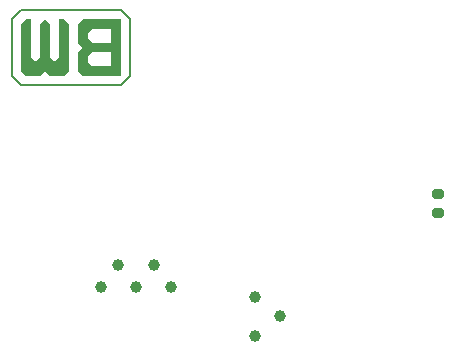
<source format=gbr>
%TF.GenerationSoftware,KiCad,Pcbnew,8.0.5*%
%TF.CreationDate,2025-01-02T11:16:24+01:00*%
%TF.ProjectId,BluetoothReceiver,426c7565-746f-46f7-9468-526563656976,rev?*%
%TF.SameCoordinates,Original*%
%TF.FileFunction,Soldermask,Bot*%
%TF.FilePolarity,Negative*%
%FSLAX46Y46*%
G04 Gerber Fmt 4.6, Leading zero omitted, Abs format (unit mm)*
G04 Created by KiCad (PCBNEW 8.0.5) date 2025-01-02 11:16:24*
%MOMM*%
%LPD*%
G01*
G04 APERTURE LIST*
G04 Aperture macros list*
%AMRoundRect*
0 Rectangle with rounded corners*
0 $1 Rounding radius*
0 $2 $3 $4 $5 $6 $7 $8 $9 X,Y pos of 4 corners*
0 Add a 4 corners polygon primitive as box body*
4,1,4,$2,$3,$4,$5,$6,$7,$8,$9,$2,$3,0*
0 Add four circle primitives for the rounded corners*
1,1,$1+$1,$2,$3*
1,1,$1+$1,$4,$5*
1,1,$1+$1,$6,$7*
1,1,$1+$1,$8,$9*
0 Add four rect primitives between the rounded corners*
20,1,$1+$1,$2,$3,$4,$5,0*
20,1,$1+$1,$4,$5,$6,$7,0*
20,1,$1+$1,$6,$7,$8,$9,0*
20,1,$1+$1,$8,$9,$2,$3,0*%
G04 Aperture macros list end*
%ADD10C,0.200000*%
%ADD11C,0.000000*%
%ADD12C,1.000000*%
%ADD13RoundRect,0.200000X0.275000X-0.200000X0.275000X0.200000X-0.275000X0.200000X-0.275000X-0.200000X0*%
G04 APERTURE END LIST*
D10*
%TO.C,REF\u002A\u002A*%
X136200000Y-86200000D02*
X136200000Y-91000000D01*
X135400000Y-91800000D01*
X127000000Y-91800000D01*
X126200000Y-91000000D01*
X126200000Y-86200000D01*
X127000000Y-85400000D01*
X135400000Y-85400000D01*
X136200000Y-86200000D01*
D11*
G36*
X135400000Y-87000000D02*
G01*
X133000000Y-87000000D01*
X132600000Y-87400000D01*
X132600000Y-87800000D01*
X133000000Y-88200000D01*
X131800000Y-88200000D01*
X131800000Y-86600000D01*
X132200000Y-86200000D01*
X135400000Y-86200000D01*
X135400000Y-87000000D01*
G37*
G36*
X135400000Y-91000000D02*
G01*
X132200000Y-91000000D01*
X131800000Y-90600000D01*
X131800000Y-89400000D01*
X132600000Y-89400000D01*
X132600000Y-89800000D01*
X133000000Y-90200000D01*
X134600000Y-90200000D01*
X134600000Y-89000000D01*
X133000000Y-89000000D01*
X132600000Y-89400000D01*
X131800000Y-89400000D01*
X131800000Y-89000000D01*
X132200000Y-88600000D01*
X131800000Y-88200000D01*
X134600000Y-88200000D01*
X134600000Y-87000000D01*
X135400000Y-87000000D01*
X135400000Y-91000000D01*
G37*
G36*
X127800000Y-89400000D02*
G01*
X128200000Y-89800000D01*
X128600000Y-89400000D01*
X128600000Y-86600000D01*
X129000000Y-86200000D01*
X129400000Y-86600000D01*
X129400000Y-89400000D01*
X129800000Y-89800000D01*
X130200000Y-89400000D01*
X130200000Y-86200000D01*
X130600000Y-86200000D01*
X131000000Y-86600000D01*
X131000000Y-90600000D01*
X130600000Y-91000000D01*
X129400000Y-91000000D01*
X129000000Y-90600000D01*
X128600000Y-91000000D01*
X127400000Y-91000000D01*
X127000000Y-90600000D01*
X127000000Y-86600000D01*
X127400000Y-86200000D01*
X127800000Y-86200000D01*
X127800000Y-89400000D01*
G37*
%TD*%
D12*
%TO.C,TP10*%
X133700000Y-108900000D03*
%TD*%
%TO.C,TP9*%
X136700000Y-108900000D03*
%TD*%
%TO.C,TP8*%
X139700000Y-108900000D03*
%TD*%
%TO.C,TP7*%
X135200000Y-107000000D03*
%TD*%
%TO.C,TP5*%
X138200000Y-107000000D03*
%TD*%
%TO.C,TP3*%
X148900000Y-111300000D03*
%TD*%
%TO.C,TP2*%
X146800000Y-109700000D03*
%TD*%
%TO.C,TP1*%
X146800000Y-113000000D03*
%TD*%
D13*
%TO.C,R1*%
X162300000Y-102625000D03*
X162300000Y-100975000D03*
%TD*%
M02*

</source>
